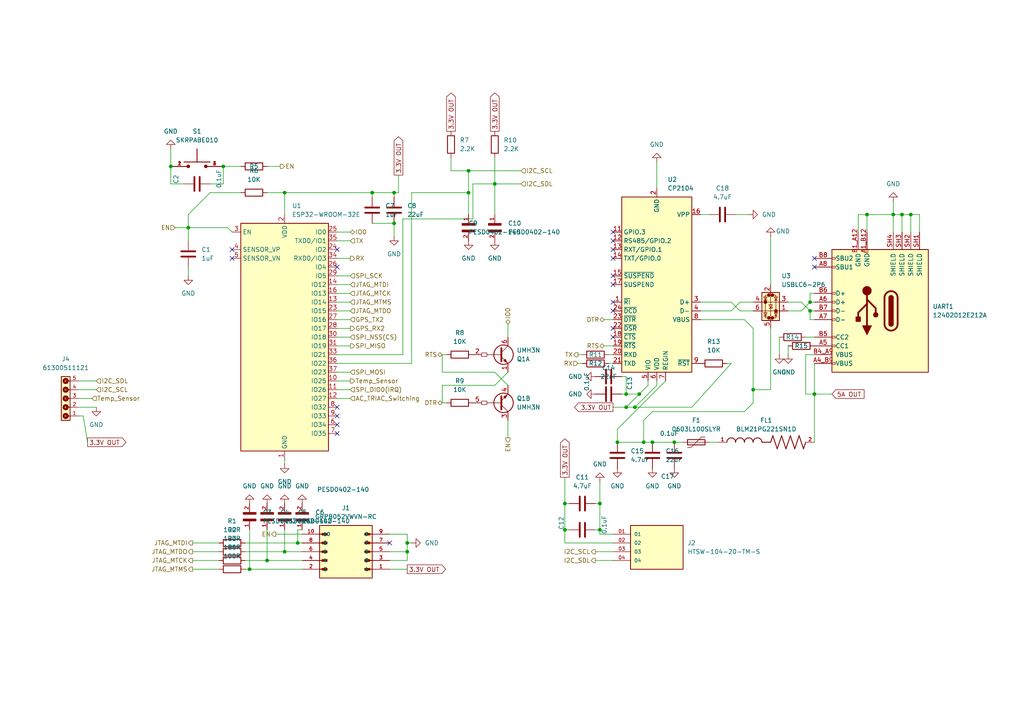
<source format=kicad_sch>
(kicad_sch (version 20250114) (generator "eeschema") (generator_version "9.0")
  (paper "A4")
  (lib_symbols
    (symbol "6130XX11121_61300511121:6130XX11121_61300511121" (pin_names (offset 1.016))
      (property "Reference" "J" (at -7.62 -1.778 0))
      (property "Value" "6130XX11121_61300511121" (at -7.62 -5.08 0))
      (symbol "6130XX11121_61300511121_0_0"
        (pin passive line (at -5.08 -5.08 90) (length 2.54) (name "~") (number "1"))
        (pin passive line (at -2.54 -5.08 90) (length 2.54) (name "~") (number "2"))
        (pin passive line (at 0 -5.08 90) (length 2.54) (name "~") (number "3"))
        (pin passive line (at 2.54 -5.08 90) (length 2.54) (name "~") (number "4"))
        (pin passive line (at 5.08 -5.08 90) (length 2.54) (name "~") (number "5"))
      )
    )
    (symbol "BLM21PG221SN1D:BLM21PG221SN1D" (pin_names (offset 1.016))
      (property "Reference" "FL" (at -12.7044 5.0815 0))
      (property "Value" "BLM21PG221SN1D" (at -12.71 -5.0866 0))
      (symbol "BLM21PG221SN1D_0_0"
        (pin passive line (at -15.24 0 0) (length 2.54) (name "~") (number "1"))
        (pin passive line (at 12.7 0 180) (length 2.54) (name "~") (number "2"))
      )
    )
    (symbol "Connector:USB_C_Receptacle_USB2.0_16P" (pin_names (offset 1.016))
      (property "Reference" "J" (at 0 22.225 0))
      (property "Value" "USB_C_Receptacle_USB2.0_16P" (at 0 19.685 0))
      (symbol "USB_C_Receptacle_USB2.0_16P_1_1"
        (pin passive line (at -15.24 -22.86 90) (length 5.08) (name "SHIELD") (number "SH1"))
        (pin passive line (at -12.7 -22.86 90) (length 5.08) (name "SHIELD") (number "SH2"))
        (pin passive line (at -10.16 -22.86 90) (length 5.08) (name "SHIELD") (number "SH3"))
        (pin passive line (at -7.62 -22.86 90) (length 5.08) (name "SHIELD") (number "SH4"))
        (pin passive line (at 0 -22.86 90) (length 5.08) (hide yes) (name "GND") (number "A12"))
        (pin passive line (at 0 -22.86 90) (length 5.08) (name "GND") (number "A1_B12"))
        (pin passive line (at 0 -22.86 90) (length 5.08) (hide yes) (name "GND") (number "B1"))
        (pin passive line (at 0 -22.86 90) (length 5.08) (hide yes) (name "GND") (number "B12"))
        (pin passive line (at 2.54 -22.86 90) (length 5.08) (name "GND") (number "B1_A12"))
        (pin passive line (at 15.24 15.24 180) (length 5.08) (name "VBUS") (number "A4_B9"))
        (pin passive line (at 15.24 15.24 180) (length 5.08) (hide yes) (name "VBUS") (number "A9"))
        (pin passive line (at 15.24 15.24 180) (length 5.08) (hide yes) (name "VBUS") (number "B4"))
        (pin passive line (at 15.24 15.24 180) (length 5.08) (hide yes) (name "VBUS") (number "B9"))
        (pin passive line (at 15.24 12.7 180) (length 5.08) (name "VBUS") (number "B4_A9"))
        (pin bidirectional line (at 15.24 10.16 180) (length 5.08) (name "CC1") (number "A5"))
        (pin bidirectional line (at 15.24 7.62 180) (length 5.08) (name "CC2") (number "B5"))
        (pin bidirectional line (at 15.24 2.54 180) (length 5.08) (name "D-") (number "A7"))
        (pin bidirectional line (at 15.24 0 180) (length 5.08) (name "D-") (number "B7"))
        (pin bidirectional line (at 15.24 -2.54 180) (length 5.08) (name "D+") (number "A6"))
        (pin bidirectional line (at 15.24 -5.08 180) (length 5.08) (name "D+") (number "B6"))
        (pin bidirectional line (at 15.24 -12.7 180) (length 5.08) (name "SBU1") (number "A8"))
        (pin bidirectional line (at 15.24 -15.24 180) (length 5.08) (name "SBU2") (number "B8"))
      )
    )
    (symbol "Device:C" (pin_numbers (hide yes)) (pin_names (offset 0.254))
      (property "Reference" "C" (at 0.635 2.54 0))
      (property "Value" "C" (at 0.635 -2.54 0))
      (symbol "C_1_1"
        (pin passive line (at 0 3.81 270) (length 2.794) (name "~") (number "1"))
        (pin passive line (at 0 -3.81 90) (length 2.794) (name "~") (number "2"))
      )
    )
    (symbol "Device:Polyfuse" (pin_numbers (hide yes)) (pin_names (offset 0))
      (property "Reference" "F" (at -2.54 0 90))
      (property "Value" "Polyfuse" (at 2.54 0 90))
      (symbol "Polyfuse_1_1"
        (pin passive line (at 0 3.81 270) (length 1.27) (name "~") (number "1"))
        (pin passive line (at 0 -3.81 90) (length 1.27) (name "~") (number "2"))
      )
    )
    (symbol "Device:R" (pin_numbers (hide yes)) (pin_names (offset 0))
      (property "Reference" "R" (at 2.032 0 90))
      (property "Value" "R" (at 0 0 90))
      (symbol "R_1_1"
        (pin passive line (at 0 3.81 270) (length 1.27) (name "~") (number "1"))
        (pin passive line (at 0 -3.81 90) (length 1.27) (name "~") (number "2"))
      )
    )
    (symbol "GRPB052VWVN-RC:GRPB052VWVN-RC" (pin_names (offset 1.016))
      (property "Reference" "J" (at -7.62 8.382 0))
      (property "Value" "GRPB052VWVN-RC" (at -7.62 -10.16 0))
      (symbol "GRPB052VWVN-RC_0_0"
        (pin passive line (at -12.7 5.08 0) (length 5.08) (name "1") (number "1"))
        (pin passive line (at -12.7 2.54 0) (length 5.08) (name "3") (number "3"))
        (pin passive line (at -12.7 0 0) (length 5.08) (name "5") (number "5"))
        (pin passive line (at -12.7 -2.54 0) (length 5.08) (name "7") (number "7"))
        (pin passive line (at -12.7 -5.08 0) (length 5.08) (name "9") (number "9"))
        (pin passive line (at 12.7 5.08 180) (length 5.08) (name "2") (number "2"))
        (pin passive line (at 12.7 2.54 180) (length 5.08) (name "4") (number "4"))
        (pin passive line (at 12.7 0 180) (length 5.08) (name "6") (number "6"))
        (pin passive line (at 12.7 -2.54 180) (length 5.08) (name "8") (number "8"))
        (pin passive line (at 12.7 -5.08 180) (length 5.08) (name "10") (number "10"))
      )
    )
    (symbol "HTSW-104-20-TM-S:HTSW-104-20-TM-S" (pin_names (offset 1.016))
      (property "Reference" "J" (at -8.12 7.62 0))
      (property "Value" "HTSW-104-20-TM-S" (at -7.62 -7.62 0))
      (symbol "HTSW-104-20-TM-S_0_0"
        (pin passive line (at -12.7 5.08 0) (length 5.08) (name "01") (number "01"))
        (pin passive line (at -12.7 2.54 0) (length 5.08) (name "02") (number "02"))
        (pin passive line (at -12.7 0 0) (length 5.08) (name "03") (number "03"))
        (pin passive line (at -12.7 -2.54 0) (length 5.08) (name "04") (number "04"))
      )
    )
    (symbol "Interface_USB:CP2104"
      (property "Reference" "U" (at -5.08 28.575 0))
      (property "Value" "CP2104" (at -5.08 26.67 0))
      (symbol "CP2104_1_1"
        (pin bidirectional line (at -12.7 22.86 0) (length 2.54) (name "~{RST}") (number "9"))
        (pin input line (at -12.7 10.16 0) (length 2.54) (name "VBUS") (number "8"))
        (pin bidirectional line (at -12.7 7.62 0) (length 2.54) (name "D-") (number "4"))
        (pin bidirectional line (at -12.7 5.08 0) (length 2.54) (name "D+") (number "3"))
        (pin passive line (at -12.7 -20.32 0) (length 2.54) (name "VPP") (number "16"))
        (pin power_in line (at -2.54 27.94 270) (length 2.54) (name "REGIN") (number "7"))
        (pin power_in line (at 0 27.94 270) (length 2.54) (name "VDD") (number "6"))
        (pin power_in line (at 0 -27.94 90) (length 2.54) (name "GND") (number "2"))
        (pin passive line (at 0 -27.94 90) (length 2.54) (hide yes) (name "GND") (number "25"))
        (pin power_in line (at 2.54 27.94 270) (length 2.54) (name "VIO") (number "5"))
        (pin no_connect line (at 10.16 -20.32 180) (length 2.54) (hide yes) (name "NC") (number "10"))
        (pin output line (at 12.7 22.86 180) (length 2.54) (name "TXD") (number "21"))
        (pin input line (at 12.7 20.32 180) (length 2.54) (name "RXD") (number "20"))
        (pin output line (at 12.7 17.78 180) (length 2.54) (name "~{RTS}") (number "19"))
        (pin input line (at 12.7 15.24 180) (length 2.54) (name "~{CTS}") (number "18"))
        (pin input line (at 12.7 12.7 180) (length 2.54) (name "~{DSR}") (number "22"))
        (pin output line (at 12.7 10.16 180) (length 2.54) (name "~{DTR}") (number "23"))
        (pin input line (at 12.7 7.62 180) (length 2.54) (name "~{DCD}") (number "24"))
        (pin input line (at 12.7 5.08 180) (length 2.54) (name "~{RI}") (number "1"))
        (pin output line (at 12.7 0 180) (length 2.54) (name "SUSPEND") (number "17"))
        (pin output line (at 12.7 -2.54 180) (length 2.54) (name "~{SUSPEND}") (number "15"))
        (pin bidirectional line (at 12.7 -7.62 180) (length 2.54) (name "TXT/GPIO.0") (number "14"))
        (pin bidirectional line (at 12.7 -10.16 180) (length 2.54) (name "RXT/GPIO.1") (number "13"))
        (pin bidirectional line (at 12.7 -12.7 180) (length 2.54) (name "RS485/GPIO.2") (number "12"))
        (pin bidirectional line (at 12.7 -15.24 180) (length 2.54) (name "GPIO.3") (number "11"))
      )
    )
    (symbol "PESD0402-140:PESD0402-140" (pin_names (offset 1.016))
      (property "Reference" "C" (at 0 3.8109 0))
      (property "Value" "PESD0402-140" (at 0 -5.0885 0))
      (symbol "PESD0402-140_0_0"
        (pin passive line (at -2.54 0 0) (length 2.54) (name "~") (number "1"))
        (pin passive line (at 5.08 0 180) (length 2.54) (name "~") (number "2"))
      )
    )
    (symbol "Power_Protection:USBLC6-2P6" (pin_names (hide yes))
      (property "Reference" "U" (at 0.635 5.715 0))
      (property "Value" "USBLC6-2P6" (at 0.635 3.81 0))
      (symbol "USBLC6-2P6_1_1"
        (pin passive line (at -5.08 0 0) (length 2.54) (name "I/O1") (number "1"))
        (pin passive line (at -5.08 -2.54 0) (length 2.54) (name "I/O2") (number "3"))
        (pin passive line (at 0 5.08 270) (length 2.54) (name "VBUS") (number "5"))
        (pin passive line (at 0 -7.62 90) (length 2.54) (name "GND") (number "2"))
        (pin passive line (at 5.08 0 180) (length 2.54) (name "I/O1") (number "6"))
        (pin passive line (at 5.08 -2.54 180) (length 2.54) (name "I/O2") (number "4"))
      )
    )
    (symbol "RF_Module:ESP32-WROOM-32E"
      (property "Reference" "U" (at -12.7 34.29 0))
      (property "Value" "ESP32-WROOM-32E" (at 1.27 34.29 0))
      (symbol "ESP32-WROOM-32E_1_1"
        (pin input line (at -15.24 30.48 0) (length 2.54) (name "EN") (number "3"))
        (pin input line (at -15.24 25.4 0) (length 2.54) (name "SENSOR_VP") (number "4"))
        (pin input line (at -15.24 22.86 0) (length 2.54) (name "SENSOR_VN") (number "5"))
        (pin no_connect line (at -12.7 0 0) (length 2.54) (hide yes) (name "NC") (number "21"))
        (pin no_connect line (at -12.7 -2.54 0) (length 2.54) (hide yes) (name "NC") (number "22"))
        (pin no_connect line (at -12.7 -5.08 0) (length 2.54) (hide yes) (name "NC") (number "17"))
        (pin no_connect line (at -12.7 -7.62 0) (length 2.54) (hide yes) (name "NC") (number "18"))
        (pin no_connect line (at -12.7 -10.16 0) (length 2.54) (hide yes) (name "NC") (number "20"))
        (pin no_connect line (at -12.7 -12.7 0) (length 2.54) (hide yes) (name "NC") (number "19"))
        (pin no_connect line (at -12.7 -27.94 0) (length 2.54) (hide yes) (name "NC") (number "32"))
        (pin power_in line (at 0 35.56 270) (length 2.54) (name "VDD") (number "2"))
        (pin power_in line (at 0 -35.56 90) (length 2.54) (name "GND") (number "1"))
        (pin passive line (at 0 -35.56 90) (length 2.54) (hide yes) (name "GND") (number "15"))
        (pin passive line (at 0 -35.56 90) (length 2.54) (hide yes) (name "GND") (number "38"))
        (pin passive line (at 0 -35.56 90) (length 2.54) (hide yes) (name "GND") (number "39"))
        (pin bidirectional line (at 15.24 30.48 180) (length 2.54) (name "IO0") (number "25"))
        (pin bidirectional line (at 15.24 27.94 180) (length 2.54) (name "TXD0/IO1") (number "35"))
        (pin bidirectional line (at 15.24 25.4 180) (length 2.54) (name "IO2") (number "24"))
        (pin bidirectional line (at 15.24 22.86 180) (length 2.54) (name "RXD0/IO3") (number "34"))
        (pin bidirectional line (at 15.24 20.32 180) (length 2.54) (name "IO4") (number "26"))
        (pin bidirectional line (at 15.24 17.78 180) (length 2.54) (name "IO5") (number "29"))
        (pin bidirectional line (at 15.24 15.24 180) (length 2.54) (name "IO12") (number "14"))
        (pin bidirectional line (at 15.24 12.7 180) (length 2.54) (name "IO13") (number "16"))
        (pin bidirectional line (at 15.24 10.16 180) (length 2.54) (name "IO14") (number "13"))
        (pin bidirectional line (at 15.24 7.62 180) (length 2.54) (name "IO15") (number "23"))
        (pin bidirectional line (at 15.24 5.08 180) (length 2.54) (name "IO16") (number "27"))
        (pin bidirectional line (at 15.24 2.54 180) (length 2.54) (name "IO17") (number "28"))
        (pin bidirectional line (at 15.24 0 180) (length 2.54) (name "IO18") (number "30"))
        (pin bidirectional line (at 15.24 -2.54 180) (length 2.54) (name "IO19") (number "31"))
        (pin bidirectional line (at 15.24 -5.08 180) (length 2.54) (name "IO21") (number "33"))
        (pin bidirectional line (at 15.24 -7.62 180) (length 2.54) (name "IO22") (number "36"))
        (pin bidirectional line (at 15.24 -10.16 180) (length 2.54) (name "IO23") (number "37"))
        (pin bidirectional line (at 15.24 -12.7 180) (length 2.54) (name "IO25") (number "10"))
        (pin bidirectional line (at 15.24 -15.24 180) (length 2.54) (name "IO26") (number "11"))
        (pin bidirectional line (at 15.24 -17.78 180) (length 2.54) (name "IO27") (number "12"))
        (pin bidirectional line (at 15.24 -20.32 180) (length 2.54) (name "IO32") (number "8"))
        (pin bidirectional line (at 15.24 -22.86 180) (length 2.54) (name "IO33") (number "9"))
        (pin input line (at 15.24 -25.4 180) (length 2.54) (name "IO34") (number "6"))
        (pin input line (at 15.24 -27.94 180) (length 2.54) (name "IO35") (number "7"))
      )
    )
    (symbol "SKRPABE010:SKRPABE010" (pin_names (offset 1.016))
      (property "Reference" "S" (at -5.08 6.35 0))
      (property "Value" "SKRPABE010" (at -5.08 -5.08 0))
      (symbol "SKRPABE010_0_0"
        (pin passive line (at -7.62 0 0) (length 5.08) (name "~") (number "1"))
        (pin passive line (at -7.62 0 0) (length 5.08) (name "~") (number "2"))
        (pin passive line (at 7.62 0 180) (length 5.08) (name "~") (number "3"))
        (pin passive line (at 7.62 0 180) (length 5.08) (name "~") (number "4"))
      )
    )
    (symbol "Transistor_BJT:UMH3N" (pin_names (hide yes))
      (property "Reference" "Q" (at 7.62 1.27 0))
      (property "Value" "UMH3N" (at 7.62 -1.27 0))
      (symbol "UMH3N_1_1"
        (pin input line (at -8.89 0 0) (length 2.54) (name "B1") (number "2"))
        (pin passive line (at 1.27 5.08 270) (length 2.54) (name "C1") (number "6"))
        (pin passive line (at 1.27 -5.08 90) (length 2.54) (name "E1") (number "1"))
      )
      (symbol "UMH3N_2_1"
        (pin input line (at -8.89 0 0) (length 2.54) (name "B2") (number "5"))
        (pin passive line (at 1.27 5.08 270) (length 2.54) (name "C2") (number "3"))
        (pin passive line (at 1.27 -5.08 90) (length 2.54) (name "E2") (number "4"))
      )
    )
    (symbol "power:GND" (power) (pin_numbers (hide yes)) (pin_names (offset 0) (hide yes))
      (property "Value" "GND" (at 0 -3.81 0))
      (symbol "GND_1_1"
        (pin power_in line (at 0 0 270) (length 0) (name "~") (number "1"))
      )
    )
  )
  (junction (at 179.07 128.27))
  (junction (at 64.77 48.26))
  (junction (at 77.47 162.56))
  (junction (at 163.83 146.05))
  (junction (at 185.42 114.3))
  (junction (at 114.3 55.88))
  (junction (at 181.61 118.11))
  (junction (at 86.36 157.48))
  (junction (at 118.11 157.48))
  (junction (at 195.58 128.27))
  (junction (at 49.53 48.26))
  (junction (at 118.11 160.02))
  (junction (at 163.83 153.67))
  (junction (at 82.55 160.02))
  (junction (at 135.89 55.88))
  (junction (at 184.15 118.11))
  (junction (at 218.44 113.03))
  (junction (at 234.95 90.17))
  (junction (at 264.16 62.23))
  (junction (at 189.23 128.27))
  (junction (at 107.95 55.88))
  (junction (at 234.95 87.63))
  (junction (at 259.08 62.23))
  (junction (at 114.3 64.77))
  (junction (at 173.99 146.05))
  (junction (at 82.55 55.88))
  (junction (at 135.89 49.53))
  (junction (at 143.51 53.34))
  (junction (at 181.61 114.3))
  (junction (at 72.39 165.1))
  (junction (at 173.99 153.67))
  (junction (at 236.22 114.3))
  (junction (at 261.62 62.23))
  (junction (at 186.69 128.27))
  (junction (at 251.46 62.23))
  (junction (at 54.61 66.04))
  (no_connect (at 97.79 77.47))
  (no_connect (at 97.79 125.73))
  (no_connect (at 177.8 72.39))
  (no_connect (at 177.8 67.31))
  (no_connect (at 236.22 74.93))
  (no_connect (at 236.22 77.47))
  (no_connect (at 177.8 90.17))
  (no_connect (at 177.8 95.25))
  (no_connect (at 97.79 123.19))
  (no_connect (at 177.8 82.55))
  (no_connect (at 97.79 118.11))
  (no_connect (at 97.79 72.39))
  (no_connect (at 177.8 97.79))
  (no_connect (at 177.8 74.93))
  (no_connect (at 177.8 80.01))
  (no_connect (at 97.79 120.65))
  (no_connect (at 177.8 69.85))
  (no_connect (at 67.31 74.93))
  (no_connect (at 113.03 157.48))
  (no_connect (at 67.31 72.39))
  (no_connect (at 177.8 87.63))
  (wire (pts (xy 77.47 55.88) (xy 82.55 55.88)))
  (wire (pts (xy 128.27 116.84) (xy 129.54 116.84)))
  (wire (pts (xy 116.84 102.87) (xy 97.79 102.87)))
  (wire (pts (xy 128.27 102.87) (xy 129.54 102.87)))
  (wire (pts (xy 163.83 146.05) (xy 163.83 153.67)))
  (wire (pts (xy 55.88 157.48) (xy 63.5 157.48)))
  (wire (pts (xy 173.99 139.7) (xy 173.99 146.05)))
  (wire (pts (xy 214.63 87.63) (xy 218.44 87.63)))
  (wire (pts (xy 55.88 160.02) (xy 63.5 160.02)))
  (wire (pts (xy 228.6 87.63) (xy 232.41 87.63)))
  (wire (pts (xy 181.61 118.11) (xy 184.15 118.11)))
  (wire (pts (xy 167.64 105.41) (xy 168.91 105.41)))
  (wire (pts (xy 218.44 113.03) (xy 223.52 113.03)))
  (wire (pts (xy 234.95 87.63) (xy 232.41 90.17)))
  (wire (pts (xy 128.27 111.76) (xy 128.27 116.84)))
  (wire (pts (xy 97.79 69.85) (xy 101.6 69.85)))
  (wire (pts (xy 261.62 62.23) (xy 261.62 67.31)))
  (wire (pts (xy 163.83 146.05) (xy 165.1 146.05)))
  (wire (pts (xy 97.79 74.93) (xy 101.6 74.93)))
  (wire (pts (xy 143.51 45.72) (xy 143.51 53.34)))
  (wire (pts (xy 71.12 165.1) (xy 72.39 165.1)))
  (wire (pts (xy 135.89 49.53) (xy 130.81 49.53)))
  (wire (pts (xy 228.6 90.17) (xy 232.41 90.17)))
  (wire (pts (xy 172.72 160.02) (xy 177.8 160.02)))
  (wire (pts (xy 223.52 68.58) (xy 223.52 82.55)))
  (wire (pts (xy 114.3 55.88) (xy 114.3 57.15)))
  (wire (pts (xy 259.08 62.23) (xy 261.62 62.23)))
  (wire (pts (xy 97.79 97.79) (xy 101.6 97.79)))
  (wire (pts (xy 82.55 134.62) (xy 82.55 133.35)))
  (wire (pts (xy 22.86 118.11) (xy 27.94 118.11)))
  (wire (pts (xy 71.12 157.48) (xy 86.36 157.48)))
  (wire (pts (xy 186.69 121.92) (xy 189.23 119.38)))
  (wire (pts (xy 143.51 53.34) (xy 151.13 53.34)))
  (wire (pts (xy 172.72 146.05) (xy 173.99 146.05)))
  (wire (pts (xy 165.1 153.67) (xy 163.83 153.67)))
  (wire (pts (xy 203.2 92.71) (xy 215.9 92.71)))
  (wire (pts (xy 54.61 66.04) (xy 66.04 66.04)))
  (wire (pts (xy 86.36 157.48) (xy 87.63 157.48)))
  (wire (pts (xy 190.5 46.99) (xy 190.5 54.61)))
  (wire (pts (xy 97.79 95.25) (xy 101.6 95.25)))
  (wire (pts (xy 135.89 55.88) (xy 119.38 55.88)))
  (wire (pts (xy 97.79 67.31) (xy 101.6 67.31)))
  (wire (pts (xy 181.61 118.11) (xy 185.42 114.3)))
  (wire (pts (xy 69.85 55.88) (xy 60.96 55.88)))
  (wire (pts (xy 54.61 66.04) (xy 54.61 69.85)))
  (wire (pts (xy 22.86 120.65) (xy 24.13 120.65)))
  (wire (pts (xy 114.3 64.77) (xy 114.3 68.58)))
  (wire (pts (xy 203.2 87.63) (xy 212.09 87.63)))
  (wire (pts (xy 49.53 53.34) (xy 53.34 53.34)))
  (wire (pts (xy 82.55 160.02) (xy 87.63 160.02)))
  (wire (pts (xy 248.92 62.23) (xy 248.92 67.31)))
  (wire (pts (xy 179.07 128.27) (xy 179.07 124.46)))
  (wire (pts (xy 72.39 153.67) (xy 72.39 165.1)))
  (wire (pts (xy 97.79 80.01) (xy 101.6 80.01)))
  (wire (pts (xy 97.79 100.33) (xy 101.6 100.33)))
  (wire (pts (xy 64.77 48.26) (xy 69.85 48.26)))
  (wire (pts (xy 71.12 160.02) (xy 82.55 160.02)))
  (wire (pts (xy 167.64 102.87) (xy 168.91 102.87)))
  (wire (pts (xy 215.9 119.38) (xy 218.44 116.84)))
  (wire (pts (xy 60.96 55.88) (xy 54.61 62.23)))
  (wire (pts (xy 234.95 85.09) (xy 234.95 87.63)))
  (wire (pts (xy 87.63 153.67) (xy 86.36 153.67)))
  (wire (pts (xy 72.39 165.1) (xy 87.63 165.1)))
  (wire (pts (xy 200.66 118.11) (xy 212.09 105.41)))
  (wire (pts (xy 119.38 157.48) (xy 118.11 157.48)))
  (wire (pts (xy 22.86 110.49) (xy 27.94 110.49)))
  (wire (pts (xy 77.47 48.26) (xy 81.28 48.26)))
  (wire (pts (xy 66.04 66.04) (xy 67.31 67.31)))
  (wire (pts (xy 173.99 146.05) (xy 173.99 153.67)))
  (wire (pts (xy 173.99 153.67) (xy 173.99 154.94)))
  (wire (pts (xy 77.47 162.56) (xy 87.63 162.56)))
  (wire (pts (xy 97.79 115.57) (xy 101.6 115.57)))
  (wire (pts (xy 97.79 110.49) (xy 101.6 110.49)))
  (wire (pts (xy 116.84 63.5) (xy 116.84 102.87)))
  (wire (pts (xy 213.36 62.23) (xy 217.17 62.23)))
  (wire (pts (xy 107.95 64.77) (xy 114.3 64.77)))
  (wire (pts (xy 180.34 114.3) (xy 181.61 114.3)))
  (wire (pts (xy 248.92 62.23) (xy 251.46 62.23)))
  (wire (pts (xy 184.15 118.11) (xy 190.5 111.76)))
  (wire (pts (xy 179.07 128.27) (xy 186.69 128.27)))
  (wire (pts (xy 175.26 92.71) (xy 177.8 92.71)))
  (wire (pts (xy 212.09 90.17) (xy 214.63 87.63)))
  (wire (pts (xy 233.68 97.79) (xy 236.22 97.79)))
  (wire (pts (xy 86.36 153.67) (xy 86.36 157.48)))
  (wire (pts (xy 181.61 109.22) (xy 181.61 114.3)))
  (wire (pts (xy 163.83 138.43) (xy 163.83 146.05)))
  (wire (pts (xy 203.2 62.23) (xy 205.74 62.23)))
  (wire (pts (xy 113.03 160.02) (xy 118.11 160.02)))
  (wire (pts (xy 251.46 62.23) (xy 251.46 67.31)))
  (wire (pts (xy 147.32 121.92) (xy 147.32 127)))
  (wire (pts (xy 128.27 111.76) (xy 143.51 111.76)))
  (wire (pts (xy 234.95 92.71) (xy 236.22 92.71)))
  (wire (pts (xy 163.83 153.67) (xy 163.83 157.48)))
  (wire (pts (xy 49.53 48.26) (xy 49.53 53.34)))
  (wire (pts (xy 259.08 62.23) (xy 259.08 67.31)))
  (wire (pts (xy 176.53 105.41) (xy 177.8 105.41)))
  (wire (pts (xy 236.22 102.87) (xy 233.68 102.87)))
  (wire (pts (xy 181.61 114.3) (xy 185.42 114.3)))
  (wire (pts (xy 212.09 105.41) (xy 210.82 105.41)))
  (wire (pts (xy 113.03 165.1) (xy 118.11 165.1)))
  (wire (pts (xy 135.89 62.23) (xy 135.89 55.88)))
  (wire (pts (xy 64.77 53.34) (xy 64.77 48.26)))
  (wire (pts (xy 135.89 55.88) (xy 135.89 49.53)))
  (wire (pts (xy 212.09 87.63) (xy 214.63 90.17)))
  (wire (pts (xy 55.88 165.1) (xy 63.5 165.1)))
  (wire (pts (xy 195.58 128.27) (xy 198.12 128.27)))
  (wire (pts (xy 190.5 111.76) (xy 190.5 110.49)))
  (wire (pts (xy 233.68 114.3) (xy 236.22 114.3)))
  (wire (pts (xy 50.8 66.04) (xy 54.61 66.04)))
  (wire (pts (xy 147.32 107.95) (xy 143.51 111.76)))
  (wire (pts (xy 49.53 43.18) (xy 49.53 48.26)))
  (wire (pts (xy 179.07 124.46) (xy 193.04 110.49)))
  (wire (pts (xy 186.69 128.27) (xy 186.69 121.92)))
  (wire (pts (xy 266.7 62.23) (xy 266.7 67.31)))
  (wire (pts (xy 234.95 85.09) (xy 236.22 85.09)))
  (wire (pts (xy 189.23 128.27) (xy 195.58 128.27)))
  (wire (pts (xy 97.79 82.55) (xy 101.6 82.55)))
  (wire (pts (xy 97.79 90.17) (xy 101.6 90.17)))
  (wire (pts (xy 82.55 55.88) (xy 82.55 62.23)))
  (wire (pts (xy 187.96 111.76) (xy 187.96 110.49)))
  (wire (pts (xy 226.06 97.79) (xy 226.06 102.87)))
  (wire (pts (xy 234.95 90.17) (xy 232.41 87.63)))
  (wire (pts (xy 97.79 87.63) (xy 101.6 87.63)))
  (wire (pts (xy 233.68 102.87) (xy 233.68 114.3)))
  (wire (pts (xy 236.22 90.17) (xy 234.95 90.17)))
  (wire (pts (xy 214.63 90.17) (xy 218.44 90.17)))
  (wire (pts (xy 130.81 45.72) (xy 130.81 49.53)))
  (wire (pts (xy 107.95 55.88) (xy 107.95 57.15)))
  (wire (pts (xy 119.38 55.88) (xy 119.38 105.41)))
  (wire (pts (xy 177.8 118.11) (xy 181.61 118.11)))
  (wire (pts (xy 128.27 102.87) (xy 128.27 107.95)))
  (wire (pts (xy 22.86 113.03) (xy 27.94 113.03)))
  (wire (pts (xy 172.72 162.56) (xy 177.8 162.56)))
  (wire (pts (xy 234.95 87.63) (xy 236.22 87.63)))
  (wire (pts (xy 189.23 119.38) (xy 215.9 119.38)))
  (wire (pts (xy 264.16 62.23) (xy 266.7 62.23)))
  (wire (pts (xy 175.26 100.33) (xy 177.8 100.33)))
  (wire (pts (xy 24.13 120.65) (xy 25.4 128.27)))
  (wire (pts (xy 82.55 153.67) (xy 82.55 160.02)))
  (wire (pts (xy 114.3 55.88) (xy 107.95 55.88)))
  (wire (pts (xy 236.22 114.3) (xy 236.22 128.27)))
  (wire (pts (xy 186.69 128.27) (xy 189.23 128.27)))
  (wire (pts (xy 22.86 115.57) (xy 26.67 115.57)))
  (wire (pts (xy 203.2 90.17) (xy 212.09 90.17)))
  (wire (pts (xy 137.16 63.5) (xy 137.16 53.34)))
  (wire (pts (xy 218.44 95.25) (xy 215.9 92.71)))
  (wire (pts (xy 137.16 53.34) (xy 143.51 53.34)))
  (wire (pts (xy 236.22 105.41) (xy 236.22 114.3)))
  (wire (pts (xy 184.15 118.11) (xy 200.66 118.11)))
  (wire (pts (xy 176.53 102.87) (xy 177.8 102.87)))
  (wire (pts (xy 135.89 49.53) (xy 151.13 49.53)))
  (wire (pts (xy 118.11 162.56) (xy 118.11 160.02)))
  (wire (pts (xy 54.61 62.23) (xy 54.61 66.04)))
  (wire (pts (xy 80.01 154.94) (xy 87.63 154.94)))
  (wire (pts (xy 163.83 157.48) (xy 177.8 157.48)))
  (wire (pts (xy 251.46 62.23) (xy 259.08 62.23)))
  (wire (pts (xy 143.51 53.34) (xy 143.51 62.23)))
  (wire (pts (xy 97.79 107.95) (xy 101.6 107.95)))
  (wire (pts (xy 97.79 113.03) (xy 101.6 113.03)))
  (wire (pts (xy 60.96 53.34) (xy 64.77 53.34)))
  (wire (pts (xy 77.47 153.67) (xy 77.47 162.56)))
  (wire (pts (xy 234.95 90.17) (xy 234.95 92.71)))
  (wire (pts (xy 218.44 95.25) (xy 218.44 113.03)))
  (wire (pts (xy 223.52 95.25) (xy 223.52 113.03)))
  (wire (pts (xy 115.57 50.8) (xy 115.57 55.88)))
  (wire (pts (xy 55.88 162.56) (xy 63.5 162.56)))
  (wire (pts (xy 113.03 154.94) (xy 118.11 154.94)))
  (wire (pts (xy 181.61 109.22) (xy 180.34 109.22)))
  (wire (pts (xy 259.08 58.42) (xy 259.08 62.23)))
  (wire (pts (xy 147.32 93.98) (xy 147.32 97.79)))
  (wire (pts (xy 54.61 77.47) (xy 54.61 80.01)))
  (wire (pts (xy 119.38 105.41) (xy 97.79 105.41)))
  (wire (pts (xy 137.16 63.5) (xy 116.84 63.5)))
  (wire (pts (xy 264.16 62.23) (xy 264.16 67.31)))
  (wire (pts (xy 118.11 154.94) (xy 118.11 157.48)))
  (wire (pts (xy 236.22 114.3) (xy 241.3 114.3)))
  (wire (pts (xy 185.42 114.3) (xy 187.96 111.76)))
  (wire (pts (xy 143.51 107.95) (xy 147.32 111.76)))
  (wire (pts (xy 205.74 128.27) (xy 208.28 128.27)))
  (wire (pts (xy 218.44 113.03) (xy 218.44 116.84)))
  (wire (pts (xy 115.57 55.88) (xy 114.3 55.88)))
  (wire (pts (xy 172.72 153.67) (xy 173.99 153.67)))
  (wire (pts (xy 113.03 162.56) (xy 118.11 162.56)))
  (wire (pts (xy 97.79 92.71) (xy 101.6 92.71)))
  (wire (pts (xy 118.11 160.02) (xy 118.11 157.48)))
  (wire (pts (xy 97.79 85.09) (xy 101.6 85.09)))
  (wire (pts (xy 71.12 162.56) (xy 77.47 162.56)))
  (wire (pts (xy 261.62 62.23) (xy 264.16 62.23)))
  (wire (pts (xy 173.99 154.94) (xy 177.8 154.94)))
  (wire (pts (xy 128.27 107.95) (xy 143.51 107.95)))
  (wire (pts (xy 82.55 55.88) (xy 107.95 55.88)))
  (wire (pts (xy 228.6 100.33) (xy 228.6 102.87)))
  (global_label "5A OUT" (shape input) (at 241.3 114.3 0) (property "Intersheetrefs" "${INTERSHEET_REFS}" (effects (hide yes))))
  (global_label "3.3V OUT" (shape output) (at 115.57 50.8 90) (property "Intersheetrefs" "${INTERSHEET_REFS}" (effects (hide yes))))
  (global_label "3.3V OUT" (shape output) (at 177.8 118.11 180) (property "Intersheetrefs" "${INTERSHEET_REFS}" (effects (hide yes))))
  (global_label "3.3V OUT" (shape output) (at 25.4 128.27 0) (property "Intersheetrefs" "${INTERSHEET_REFS}" (effects (hide yes))))
  (global_label "3.3V OUT" (shape output) (at 130.81 38.1 90) (property "Intersheetrefs" "${INTERSHEET_REFS}" (effects (hide yes))))
  (global_label "3.3V OUT" (shape output) (at 163.83 138.43 90) (property "Intersheetrefs" "${INTERSHEET_REFS}" (effects (hide yes))))
  (global_label "3.3V OUT" (shape output) (at 118.11 165.1 0) (property "Intersheetrefs" "${INTERSHEET_REFS}" (effects (hide yes))))
  (global_label "3.3V OUT" (shape output) (at 143.51 38.1 90) (property "Intersheetrefs" "${INTERSHEET_REFS}" (effects (hide yes))))
  (hierarchical_label "EN" (shape input) (at 50.8 66.04 180))
  (hierarchical_label "JTAG_MTDO" (shape input) (at 101.6 90.17 0))
  (hierarchical_label "I2C_SCL" (shape input) (at 27.94 113.03 0))
  (hierarchical_label "GPS_RX2" (shape output) (at 101.6 95.25 0))
  (hierarchical_label "JTAG_MTDO" (shape output) (at 55.88 160.02 180))
  (hierarchical_label "TX" (shape input) (at 101.6 69.85 0))
  (hierarchical_label "IO0" (shape bidirectional) (at 101.6 67.31 0))
  (hierarchical_label "Temp_Sensor" (shape output) (at 101.6 110.49 0))
  (hierarchical_label "SPI_MISO" (shape output) (at 101.6 100.33 0))
  (hierarchical_label "JTAG_MTMS" (shape output) (at 55.88 165.1 180))
  (hierarchical_label "SPI_SCK" (shape input) (at 101.6 80.01 0))
  (hierarchical_label "SPI_MOSI" (shape input) (at 101.6 107.95 0))
  (hierarchical_label "I2C_SDL" (shape input) (at 27.94 110.49 0))
  (hierarchical_label "Temp_Sensor" (shape input) (at 26.67 115.57 0))
  (hierarchical_label "I2C_SDL" (shape input) (at 151.13 53.34 0))
  (hierarchical_label "GPS_TX2" (shape input) (at 101.6 92.71 0))
  (hierarchical_label "JTAG_MTDI" (shape output) (at 55.88 157.48 180))
  (hierarchical_label "RTS" (shape bidirectional) (at 175.26 100.33 180))
  (hierarchical_label "EN" (shape output) (at 80.01 154.94 180))
  (hierarchical_label "RTS" (shape bidirectional) (at 128.27 102.87 180))
  (hierarchical_label "RX" (shape output) (at 101.6 74.93 0))
  (hierarchical_label "I2C_SCL" (shape output) (at 172.72 160.02 180))
  (hierarchical_label "IO0" (shape bidirectional) (at 147.32 93.98 90))
  (hierarchical_label "I2C_SCL" (shape input) (at 151.13 49.53 0))
  (hierarchical_label "TX" (shape output) (at 167.64 102.87 180))
  (hierarchical_label "EN" (shape output) (at 81.28 48.26 0))
  (hierarchical_label "JTAG_MTMS" (shape input) (at 101.6 87.63 0))
  (hierarchical_label "JTAG_MTCK" (shape output) (at 55.88 162.56 180))
  (hierarchical_label "SPI_NSS(CS)" (shape input) (at 101.6 97.79 0))
  (hierarchical_label "JTAG_MTCK" (shape input) (at 101.6 85.09 0))
  (hierarchical_label "DTR" (shape bidirectional) (at 175.26 92.71 180))
  (hierarchical_label "RX" (shape input) (at 167.64 105.41 180))
  (hierarchical_label "I2C_SDL" (shape output) (at 172.72 162.56 180))
  (hierarchical_label "DTR" (shape bidirectional) (at 128.27 116.84 180))
  (hierarchical_label "EN" (shape output) (at 147.32 127 270))
  (hierarchical_label "SPI_DIO0(IRQ)" (shape input) (at 101.6 113.03 0))
  (hierarchical_label "AC_TRIAC_Switching" (shape input) (at 101.6 115.57 0))
  (hierarchical_label "JTAG_MTDI" (shape input) (at 101.6 82.55 0))
  (symbol (lib_id "Device:C") (at 168.91 146.05 90) (unit 1)
    (property "Reference" "C11" (at 168.91 138.43 90))
    (property "Value" "4.7uF" (at 168.91 140.97 90))
    (property "Footprint" "Capacitor_SMD:C_0603_1608Metric" (effects (hide yes)))
    (property "Description" "Unpolarized capacitor" (effects (hide yes)))
  )
  (symbol (lib_id "power:GND") (at 189.23 135.89 0) (unit 1)
    (property "Reference" "#PWR016" (effects (hide yes)))
    (property "Value" "GND" (at 189.23 140.97 0))
    (property "Description" "Power symbol creates a global label with name \"GND\" , ground" (effects (hide yes)))
  )
  (symbol (lib_id "power:GND") (at 190.5 46.99 180) (unit 1)
    (property "Reference" "#PWR017" (effects (hide yes)))
    (property "Value" "GND" (at 190.5 41.91 0))
    (property "Description" "Power symbol creates a global label with name \"GND\" , ground" (effects (hide yes)))
  )
  (symbol (lib_id "Interface_USB:CP2104") (at 190.5 82.55 180) (unit 1)
    (property "Reference" "U2" (at 193.6181 52.07 0) (effects (justify right)))
    (property "Value" "CP2104" (at 193.6181 54.61 0) (effects (justify right)))
    (property "Footprint" "Package_DFN_QFN:QFN-24-1EP_4x4mm_P0.5mm_EP2.6x2.6mm" (effects (hide yes)))
    (property "Datasheet" "https://www.silabs.com/documents/public/data-sheets/cp2104.pdf" (effects (hide yes)))
    (property "Description" "Single-Chip USB-to-UART Bridge, USB 2.0 Full-Speed, 2Mbps UART, QFN-24" (effects (hide yes)))
  )
  (symbol (lib_id "Device:C") (at 114.3 60.96 0) (unit 1)
    (property "Reference" "C8" (at 118.11 59.6899 0) (effects (justify left)))
    (property "Value" "22uF" (at 118.11 62.2299 0) (effects (justify left)))
    (property "Footprint" "Capacitor_SMD:C_0805_2012Metric" (effects (hide yes)))
    (property "Description" "Unpolarized capacitor" (effects (hide yes)))
  )
  (symbol (lib_id "Device:R") (at 67.31 162.56 90) (unit 1)
    (property "Reference" "R3" (at 67.31 156.21 90))
    (property "Value" "100R" (at 67.31 158.75 90))
    (property "Footprint" "Resistor_SMD:R_0603_1608Metric" (effects (hide yes)))
    (property "Description" "Resistor" (effects (hide yes)))
  )
  (symbol (lib_id "power:GND") (at 179.07 135.89 0) (unit 1)
    (property "Reference" "#PWR015" (effects (hide yes)))
    (property "Value" "GND" (at 179.07 140.97 0))
    (property "Description" "Power symbol creates a global label with name \"GND\" , ground" (effects (hide yes)))
  )
  (symbol (lib_id "BLM21PG221SN1D:BLM21PG221SN1D") (at 223.52 128.27 0) (unit 1)
    (property "Reference" "FL1" (at 222.25 121.92 0))
    (property "Value" "BLM21PG221SN1D" (at 222.25 124.46 0))
    (property "Footprint" "BLM21PG221SN1D:BEADC2012X105N" (effects (hide yes)))
    (property "MF" "Murata" (effects (hide yes)))
    (property "Description_1" "220 Ohms @ 100 MHz 1 Power Line Ferrite Bead 0805 (2012 Metric) 2A 45mOhm" (effects (hide yes)))
    (property "Package" "2012 Murata" (effects (hide yes)))
    (property "Price" "None" (effects (hide yes)))
    (property "SnapEDA_Link" "https://www.snapeda.com/parts/BLM21PG221SN1D/Murata/view-part/?ref=snap" (effects (hide yes)))
    (property "MP" "BLM21PG221SN1D" (effects (hide yes)))
    (property "Availability" "In Stock" (effects (hide yes)))
    (property "Check_prices" "https://www.snapeda.com/parts/BLM21PG221SN1D/Murata/view-part/?ref=eda" (effects (hide yes)))
  )
  (symbol (lib_id "power:GND") (at 72.39 146.05 180) (unit 1)
    (property "Reference" "#PWR03" (effects (hide yes)))
    (property "Value" "GND" (at 72.39 140.97 0))
    (property "Description" "Power symbol creates a global label with name \"GND\" , ground" (effects (hide yes)))
  )
  (symbol (lib_id "power:GND") (at 172.72 114.3 270) (unit 1)
    (property "Reference" "#PWR013" (effects (hide yes)))
    (property "Value" "GND" (at 168.91 114.2999 90) (effects (justify right)))
    (property "Description" "Power symbol creates a global label with name \"GND\" , ground" (effects (hide yes)))
  )
  (symbol (lib_id "Device:R") (at 73.66 48.26 90) (unit 1)
    (property "Reference" "R5" (at 73.66 48.26 90))
    (property "Value" "22R" (effects (hide yes)))
    (property "Footprint" "Resistor_SMD:R_0402_1005Metric" (effects (hide yes)))
    (property "Description" "Resistor" (effects (hide yes)))
  )
  (symbol (lib_id "power:GND") (at 54.61 80.01 0) (unit 1)
    (property "Reference" "#PWR02" (effects (hide yes)))
    (property "Value" "GND" (at 54.61 85.09 0))
    (property "Description" "Power symbol creates a global label with name \"GND\" , ground" (effects (hide yes)))
  )
  (symbol (lib_id "Device:C") (at 209.55 62.23 90) (unit 1)
    (property "Reference" "C18" (at 209.55 54.61 90))
    (property "Value" "4.7uF" (at 209.55 57.15 90))
    (property "Footprint" "Capacitor_SMD:C_0603_1608Metric" (effects (hide yes)))
    (property "Description" "Unpolarized capacitor" (effects (hide yes)))
  )
  (symbol (lib_id "PESD0402-140:PESD0402-140") (at 135.89 64.77 270) (unit 1)
    (property "Reference" "C9" (at 135.89 64.7699 90) (effects (justify left)))
    (property "Value" "PESD0402-140" (at 135.89 67.3099 90) (effects (justify left)))
    (property "Footprint" "PESD0402-140:RESC1005X35N" (effects (hide yes)))
    (property "MF" "Littelfuse Inc." (effects (hide yes)))
    (property "Description_1" "40V Clamp - Ipp Tvs Diode Surface Mount 0402" (effects (hide yes)))
    (property "Package" "0402 Littelfuse Inc." (effects (hide yes)))
    (property "Price" "None" (effects (hide yes)))
    (property "SnapEDA_Link" "https://www.snapeda.com/parts/PESD0402-140/Littelfuse/view-part/?ref=snap" (effects (hide yes)))
    (property "MP" "PESD0402-140" (effects (hide yes)))
    (property "Availability" "In Stock" (effects (hide yes)))
    (property "Check_prices" "https://www.snapeda.com/parts/PESD0402-140/Littelfuse/view-part/?ref=eda" (effects (hide yes)))
  )
  (symbol (lib_id "RF_Module:ESP32-WROOM-32E") (at 82.55 97.79 0) (unit 1)
    (property "Reference" "U1" (at 84.6933 59.69 0) (effects (justify left)))
    (property "Value" "ESP32-WROOM-32E" (at 84.6933 62.23 0) (effects (justify left)))
    (property "Footprint" "RF_Module:ESP32-WROOM-32E" (effects (hide yes)))
    (property "Datasheet" "https://www.espressif.com/sites/default/files/documentation/esp32-wroom-32e_esp32-wroom-32ue_datasheet_en.pdf" (effects (hide yes)))
    (property "Description" "RF Module, ESP32-D0WD-V3 SoC, without PSRAM, Wi-Fi 802.11b/g/n, Bluetooth, BLE, 32-bit, 2.7-3.6V, onboard antenna, SMD" (effects (hide yes)))
  )
  (symbol (lib_id "power:GND") (at 135.89 69.85 0) (unit 1)
    (property "Reference" "#PWR010" (effects (hide yes)))
    (property "Value" "GND" (at 135.89 74.93 0))
    (property "Description" "Power symbol creates a global label with name \"GND\" , ground" (effects (hide yes)))
  )
  (symbol (lib_id "power:GND") (at 143.51 69.85 0) (unit 1)
    (property "Reference" "#PWR011" (effects (hide yes)))
    (property "Value" "GND" (at 143.51 74.93 0))
    (property "Description" "Power symbol creates a global label with name \"GND\" , ground" (effects (hide yes)))
  )
  (symbol (lib_id "SKRPABE010:SKRPABE010") (at 57.15 48.26 0) (unit 1)
    (property "Reference" "S1" (at 57.15 38.1 0))
    (property "Value" "SKRPABE010" (at 57.15 40.64 0))
    (property "Footprint" "Diode_SMD:SW_SKRPABE010" (effects (hide yes)))
    (property "MF" "ALPS" (effects (hide yes)))
    (property "MAXIMUM_PACKAGE_HEIGHT" "2.5 mm" (effects (hide yes)))
    (property "Package" "None" (effects (hide yes)))
    (property "Price" "None" (effects (hide yes)))
    (property "Check_prices" "https://www.snapeda.com/parts/SKRPABE010/ALPS/view-part/?ref=eda" (effects (hide yes)))
    (property "STANDARD" "Manufacturer Recommendations" (effects (hide yes)))
    (property "SnapEDA_Link" "https://www.snapeda.com/parts/SKRPABE010/ALPS/view-part/?ref=snap" (effects (hide yes)))
    (property "MP" "SKRPABE010" (effects (hide yes)))
    (property "Description_1" "Switch Tactile N.O. SPST Button J-Bend 0.05A 16VDC 1.57N SMD Automotive T/R" (effects (hide yes)))
    (property "Availability" "In Stock" (effects (hide yes)))
    (property "MANUFACTURER" "Alps" (effects (hide yes)))
  )
  (symbol (lib_id "Transistor_BJT:UMH3N") (at 146.05 116.84 0) (mirror x) (unit 2)
    (property "Reference" "Q1" (at 149.86 115.5699 0) (effects (justify left)))
    (property "Value" "UMH3N" (at 149.86 118.1099 0) (effects (justify left)))
    (property "Footprint" "Package_TO_SOT_SMD:SOT-363_SC-70-6" (effects (hide yes)))
    (property "Datasheet" "http://rohmfs.rohm.com/en/products/databook/datasheet/discrete/transistor/digital/emh3t2r-e.pdf" (effects (hide yes)))
    (property "Description" "0.1A Ic, 50V Vce, Dual NPN Input Resistor Transistors, SOT-363" (effects (hide yes)))
  )
  (symbol (lib_id "PESD0402-140:PESD0402-140") (at 72.39 151.13 90) (unit 1)
    (property "Reference" "C3" (at 76.2 148.5899 90) (effects (justify right)))
    (property "Value" "PESD0402-140" (at 76.2 151.1299 90) (effects (justify right)))
    (property "Footprint" "PESD0402-140:RESC1005X35N" (effects (hide yes)))
    (property "MF" "Littelfuse Inc." (effects (hide yes)))
    (property "Description_1" "40V Clamp - Ipp Tvs Diode Surface Mount 0402" (effects (hide yes)))
    (property "Package" "0402 Littelfuse Inc." (effects (hide yes)))
    (property "Price" "None" (effects (hide yes)))
    (property "SnapEDA_Link" "https://www.snapeda.com/parts/PESD0402-140/Littelfuse/view-part/?ref=snap" (effects (hide yes)))
    (property "MP" "PESD0402-140" (effects (hide yes)))
    (property "Availability" "In Stock" (effects (hide yes)))
    (property "Check_prices" "https://www.snapeda.com/parts/PESD0402-140/Littelfuse/view-part/?ref=eda" (effects (hide yes)))
  )
  (symbol (lib_id "Device:R") (at 143.51 41.91 180) (unit 1)
    (property "Reference" "R10" (at 146.05 40.6399 0) (effects (justify right)))
    (property "Value" "2.2K" (at 146.05 43.1799 0) (effects (justify right)))
    (property "Footprint" "Resistor_SMD:R_0603_1608Metric" (effects (hide yes)))
    (property "Description" "Resistor" (effects (hide yes)))
  )
  (symbol (lib_id "Device:R") (at 67.31 160.02 90) (unit 1)
    (property "Reference" "R2" (at 67.31 153.67 90))
    (property "Value" "100R" (at 67.31 156.21 90))
    (property "Footprint" "Resistor_SMD:R_0603_1608Metric" (effects (hide yes)))
    (property "Description" "Resistor" (effects (hide yes)))
  )
  (symbol (lib_id "power:GND") (at 259.08 58.42 180) (unit 1)
    (property "Reference" "#PWR023" (effects (hide yes)))
    (property "Value" "GND" (at 259.08 53.34 0))
    (property "Description" "Power symbol creates a global label with name \"GND\" , ground" (effects (hide yes)))
  )
  (symbol (lib_id "Device:R") (at 172.72 102.87 90) (unit 1)
    (property "Reference" "R11" (at 172.72 102.87 90))
    (property "Value" "22R" (effects (hide yes)))
    (property "Footprint" "Resistor_SMD:R_0402_1005Metric" (effects (hide yes)))
    (property "Description" "Resistor" (effects (hide yes)))
  )
  (symbol (lib_id "Connector:USB_C_Receptacle_USB2.0_16P") (at 251.46 90.17 180) (unit 1)
    (property "Reference" "UART1" (at 270.51 88.8999 0) (effects (justify right)))
    (property "Value" "12402012E212A" (at 270.51 91.4399 0) (effects (justify right)))
    (property "Footprint" "12402012E212A:AMPHENOL_12402012E212A" (effects (hide yes)))
    (property "Datasheet" "https://www.usb.org/sites/default/files/documents/usb_type-c.zip" (effects (hide yes)))
    (property "Description" "USB 2.0-only 16P Type-C Receptacle connector" (effects (hide yes)))
  )
  (symbol (lib_id "Device:R") (at 172.72 105.41 90) (unit 1)
    (property "Reference" "R12" (at 172.72 105.41 90))
    (property "Value" "22R" (effects (hide yes)))
    (property "Footprint" "Resistor_SMD:R_0402_1005Metric" (effects (hide yes)))
    (property "Description" "Resistor" (effects (hide yes)))
  )
  (symbol (lib_id "Device:Polyfuse") (at 201.93 128.27 90) (unit 1)
    (property "Reference" "F1" (at 201.93 121.92 90))
    (property "Value" "0603L100SLYR" (at 201.93 124.46 90))
    (property "Footprint" "Resistor_SMD:R_0603_1608Metric" (effects (hide yes)))
    (property "Description" "Resettable fuse, polymeric positive temperature coefficient" (effects (hide yes)))
  )
  (symbol (lib_id "Device:C") (at 179.07 132.08 0) (unit 1)
    (property "Reference" "C15" (at 182.88 130.8099 0) (effects (justify left)))
    (property "Value" "4.7uF" (at 182.88 133.3499 0) (effects (justify left)))
    (property "Footprint" "Capacitor_SMD:C_0603_1608Metric" (effects (hide yes)))
    (property "Description" "Unpolarized capacitor" (effects (hide yes)))
  )
  (symbol (lib_id "6130XX11121_61300511121:6130XX11121_61300511121") (at 17.78 115.57 90) (unit 1)
    (property "Reference" "J4" (at 19.05 104.14 90))
    (property "Value" "61300511121" (at 19.05 106.68 90))
    (property "Footprint" "61300511121:61300511121" (effects (hide yes)))
  )
  (symbol (lib_id "Device:R") (at 232.41 100.33 90) (unit 1)
    (property "Reference" "R15" (at 232.41 100.33 90))
    (property "Value" "5.1K" (effects (hide yes)))
    (property "Footprint" "Resistor_SMD:R_0402_1005Metric" (effects (hide yes)))
    (property "Description" "Resistor" (effects (hide yes)))
  )
  (symbol (lib_id "Device:R") (at 229.87 97.79 90) (unit 1)
    (property "Reference" "R14" (at 229.87 97.79 90))
    (property "Value" "5.1K" (effects (hide yes)))
    (property "Footprint" "Resistor_SMD:R_0402_1005Metric" (effects (hide yes)))
    (property "Description" "Resistor" (effects (hide yes)))
  )
  (symbol (lib_id "Power_Protection:USBLC6-2P6") (at 223.52 90.17 180) (unit 1)
    (property "Reference" "U3" (at 226.6381 80.01 0) (effects (justify right)))
    (property "Value" "USBLC6-2P6" (at 226.6381 82.55 0) (effects (justify right)))
    (property "Footprint" "Package_TO_SOT_SMD:SOT-666" (effects (hide yes)))
    (property "Datasheet" "https://www.st.com/resource/en/datasheet/usblc6-2.pdf" (effects (hide yes)))
    (property "Description" "Very low capacitance ESD protection diode, 2 data-line, SOT-666" (effects (hide yes)))
  )
  (symbol (lib_id "Device:R") (at 133.35 102.87 90) (unit 1)
    (property "Reference" "R8" (at 133.35 96.52 90))
    (property "Value" "10K" (at 133.35 99.06 90))
    (property "Footprint" "Resistor_SMD:R_0603_1608Metric" (effects (hide yes)))
    (property "Description" "Resistor" (effects (hide yes)))
  )
  (symbol (lib_id "PESD0402-140:PESD0402-140") (at 87.63 151.13 90) (unit 1)
    (property "Reference" "C6" (at 91.44 148.5899 90) (effects (justify right)))
    (property "Value" "PESD0402-140" (at 91.948 141.986 90) (effects (justify right)))
    (property "Footprint" "PESD0402-140:RESC1005X35N" (effects (hide yes)))
    (property "MF" "Littelfuse Inc." (effects (hide yes)))
    (property "Description_1" "40V Clamp - Ipp Tvs Diode Surface Mount 0402" (effects (hide yes)))
    (property "Package" "0402 Littelfuse Inc." (effects (hide yes)))
    (property "Price" "None" (effects (hide yes)))
    (property "SnapEDA_Link" "https://www.snapeda.com/parts/PESD0402-140/Littelfuse/view-part/?ref=snap" (effects (hide yes)))
    (property "MP" "PESD0402-140" (effects (hide yes)))
    (property "Availability" "In Stock" (effects (hide yes)))
    (property "Check_prices" "https://www.snapeda.com/parts/PESD0402-140/Littelfuse/view-part/?ref=eda" (effects (hide yes)))
  )
  (symbol (lib_id "PESD0402-140:PESD0402-140") (at 77.47 151.13 90) (unit 1)
    (property "Reference" "C4" (at 81.28 148.5899 90) (effects (justify right)))
    (property "Value" "PESD0402-140" (at 81.28 151.1299 90) (effects (justify right)))
    (property "Footprint" "PESD0402-140:RESC1005X35N" (effects (hide yes)))
    (property "MF" "Littelfuse Inc." (effects (hide yes)))
    (property "Description_1" "40V Clamp - Ipp Tvs Diode Surface Mount 0402" (effects (hide yes)))
    (property "Package" "0402 Littelfuse Inc." (effects (hide yes)))
    (property "Price" "None" (effects (hide yes)))
    (property "SnapEDA_Link" "https://www.snapeda.com/parts/PESD0402-140/Littelfuse/view-part/?ref=snap" (effects (hide yes)))
    (property "MP" "PESD0402-140" (effects (hide yes)))
    (property "Availability" "In Stock" (effects (hide yes)))
    (property "Check_prices" "https://www.snapeda.com/parts/PESD0402-140/Littelfuse/view-part/?ref=eda" (effects (hide yes)))
  )
  (symbol (lib_id "Device:C") (at 54.61 73.66 0) (unit 1)
    (property "Reference" "C1" (at 58.42 72.3899 0) (effects (justify left)))
    (property "Value" "1uF" (at 58.42 74.9299 0) (effects (justify left)))
    (property "Footprint" "Capacitor_SMD:C_0603_1608Metric" (effects (hide yes)))
    (property "Description" "Unpolarized capacitor" (effects (hide yes)))
  )
  (symbol (lib_id "Device:R") (at 67.31 157.48 90) (unit 1)
    (property "Reference" "R1" (at 67.31 151.13 90))
    (property "Value" "100R" (at 67.31 153.67 90))
    (property "Footprint" "Resistor_SMD:R_0603_1608Metric" (effects (hide yes)))
    (property "Description" "Resistor" (effects (hide yes)))
  )
  (symbol (lib_id "Device:R") (at 67.31 165.1 90) (unit 1)
    (property "Reference" "R4" (at 67.31 158.75 90))
    (property "Value" "100R" (at 67.31 161.29 90))
    (property "Footprint" "Resistor_SMD:R_0603_1608Metric" (effects (hide yes)))
    (property "Description" "Resistor" (effects (hide yes)))
  )
  (symbol (lib_id "power:GND") (at 119.38 157.48 90) (unit 1)
    (property "Reference" "#PWR09" (effects (hide yes)))
    (property "Value" "GND" (at 123.19 157.4799 90) (effects (justify right)))
    (property "Description" "Power symbol creates a global label with name \"GND\" , ground" (effects (hide yes)))
  )
  (symbol (lib_id "PESD0402-140:PESD0402-140") (at 143.51 64.77 270) (unit 1)
    (property "Reference" "C10" (at 147.32 64.7699 90) (effects (justify left)))
    (property "Value" "PESD0402-140" (at 147.32 67.3099 90) (effects (justify left)))
    (property "Footprint" "PESD0402-140:RESC1005X35N" (effects (hide yes)))
    (property "MF" "Littelfuse Inc." (effects (hide yes)))
    (property "Description_1" "40V Clamp - Ipp Tvs Diode Surface Mount 0402" (effects (hide yes)))
    (property "Package" "0402 Littelfuse Inc." (effects (hide yes)))
    (property "Price" "None" (effects (hide yes)))
    (property "SnapEDA_Link" "https://www.snapeda.com/parts/PESD0402-140/Littelfuse/view-part/?ref=snap" (effects (hide yes)))
    (property "MP" "PESD0402-140" (effects (hide yes)))
    (property "Availability" "In Stock" (effects (hide yes)))
    (property "Check_prices" "https://www.snapeda.com/parts/PESD0402-140/Littelfuse/view-part/?ref=eda" (effects (hide yes)))
  )
  (symbol (lib_id "GRPB052VWVN-RC:GRPB052VWVN-RC") (at 100.33 160.02 180) (unit 1)
    (property "Reference" "J1" (at 100.33 147.32 0))
    (property "Value" "GRPB052VWVN-RC" (at 100.33 149.86 0))
    (property "Footprint" "Varistor:SULLINS_GRPB052VWVN-RC" (effects (hide yes)))
    (property "MF" "Sullins" (effects (hide yes)))
    (property "MAXIMUM_PACKAGE_HEIGHT" "4 mm" (effects (hide yes)))
    (property "Package" "None" (effects (hide yes)))
    (property "Price" "None" (effects (hide yes)))
    (property "Check_prices" "https://www.snapeda.com/parts/GRPB052VWVN-RC/Sullins/view-part/?ref=eda" (effects (hide yes)))
    (property "STANDARD" "Manufacturer Recommendations" (effects (hide yes)))
    (property "PARTREV" "D" (effects (hide yes)))
    (property "SnapEDA_Link" "https://www.snapeda.com/parts/GRPB052VWVN-RC/Sullins/view-part/?ref=snap" (effects (hide yes)))
    (property "MP" "GRPB052VWVN-RC" (effects (hide yes)))
    (property "Description_1" "Connector Header Through Hole 10 position 0.050 (1.27mm)" (effects (hide yes)))
    (property "MANUFACTURER" "Sullins Connector Solutions" (effects (hide yes)))
    (property "Availability" "In Stock" (effects (hide yes)))
    (property "SNAPEDA_PN" "GRPB052VWVN-RC" (effects (hide yes)))
  )
  (symbol (lib_id "power:GND") (at 82.55 134.62 0) (unit 1)
    (property "Reference" "#PWR05" (effects (hide yes)))
    (property "Value" "GND" (at 82.55 139.7 0))
    (property "Description" "Power symbol creates a global label with name \"GND\" , ground" (effects (hide yes)))
  )
  (symbol (lib_id "power:GND") (at 87.63 146.05 180) (unit 1)
    (property "Reference" "#PWR07" (effects (hide yes)))
    (property "Value" "GND" (at 87.63 140.97 0))
    (property "Description" "Power symbol creates a global label with name \"GND\" , ground" (effects (hide yes)))
  )
  (symbol (lib_id "power:GND") (at 114.3 68.58 0) (unit 1)
    (property "Reference" "#PWR08" (effects (hide yes)))
    (property "Value" "GND" (at 114.3 73.66 0))
    (property "Description" "Power symbol creates a global label with name \"GND\" , ground" (effects (hide yes)))
  )
  (symbol (lib_id "Device:C") (at 189.23 132.08 0) (unit 1)
    (property "Reference" "C16" (at 193.04 130.8099 0) (effects (justify left)))
    (property "Value" "22uF" (at 193.04 133.3499 0) (effects (justify left)))
    (property "Footprint" "Capacitor_SMD:C_0805_2012Metric" (effects (hide yes)))
    (property "Description" "Unpolarized capacitor" (effects (hide yes)))
  )
  (symbol (lib_id "power:GND") (at 82.55 146.05 180) (unit 1)
    (property "Reference" "#PWR06" (effects (hide yes)))
    (property "Value" "GND" (at 82.55 140.97 0))
    (property "Description" "Power symbol creates a global label with name \"GND\" , ground" (effects (hide yes)))
  )
  (symbol (lib_id "Device:C") (at 176.53 109.22 270) (unit 1)
    (property "Reference" "C13" (at 182.626 109.22 0) (effects (justify left)))
    (property "Value" "0.1uF" (at 170.18 107.95 0) (effects (justify left)))
    (property "Footprint" "Capacitor_SMD:C_0603_1608Metric" (effects (hide yes)))
    (property "Description" "Unpolarized capacitor" (effects (hide yes)))
  )
  (symbol (lib_id "Device:R") (at 130.81 41.91 180) (unit 1)
    (property "Reference" "R7" (at 133.35 40.6399 0) (effects (justify right)))
    (property "Value" "2.2K" (at 133.35 43.1799 0) (effects (justify right)))
    (property "Footprint" "Resistor_SMD:R_0603_1608Metric" (effects (hide yes)))
    (property "Description" "Resistor" (effects (hide yes)))
  )
  (symbol (lib_id "power:GND") (at 173.99 139.7 180) (unit 1)
    (property "Reference" "#PWR014" (effects (hide yes)))
    (property "Value" "GND" (at 173.99 134.62 0))
    (property "Description" "Power symbol creates a global label with name \"GND\" , ground" (effects (hide yes)))
  )
  (symbol (lib_id "power:GND") (at 195.58 135.89 0) (unit 1)
    (property "Reference" "#PWR018" (effects (hide yes)))
    (property "Value" "GND" (at 195.58 140.97 0))
    (property "Description" "Power symbol creates a global label with name \"GND\" , ground" (effects (hide yes)))
  )
  (symbol (lib_id "Device:C") (at 195.58 132.08 180) (unit 1)
    (property "Reference" "C17" (at 195.58 138.176 0) (effects (justify left)))
    (property "Value" "0.1uF" (at 196.85 125.73 0) (effects (justify left)))
    (property "Footprint" "Capacitor_SMD:C_0603_1608Metric" (effects (hide yes)))
    (property "Description" "Unpolarized capacitor" (effects (hide yes)))
  )
  (symbol (lib_id "Device:R") (at 207.01 105.41 90) (unit 1)
    (property "Reference" "R13" (at 207.01 99.06 90))
    (property "Value" "10K" (at 207.01 101.6 90))
    (property "Footprint" "Resistor_SMD:R_0603_1608Metric" (effects (hide yes)))
    (property "Description" "Resistor" (effects (hide yes)))
  )
  (symbol (lib_id "power:GND") (at 49.53 43.18 180) (unit 1)
    (property "Reference" "#PWR01" (effects (hide yes)))
    (property "Value" "GND" (at 49.53 38.1 0))
    (property "Description" "Power symbol creates a global label with name \"GND\" , ground" (effects (hide yes)))
  )
  (symbol (lib_id "power:GND") (at 226.06 102.87 0) (unit 1)
    (property "Reference" "#PWR021" (effects (hide yes)))
    (property "Value" "GND" (at 226.06 107.95 0))
    (property "Description" "Power symbol creates a global label with name \"GND\" , ground" (effects (hide yes)))
  )
  (symbol (lib_id "PESD0402-140:PESD0402-140") (at 82.55 151.13 90) (unit 1)
    (property "Reference" "C5" (at 86.36 148.5899 90) (effects (justify right)))
    (property "Value" "PESD0402-140" (at 86.36 151.1299 90) (effects (justify right)))
    (property "Footprint" "PESD0402-140:RESC1005X35N" (effects (hide yes)))
    (property "MF" "Littelfuse Inc." (effects (hide yes)))
    (property "Description_1" "40V Clamp - Ipp Tvs Diode Surface Mount 0402" (effects (hide yes)))
    (property "Package" "0402 Littelfuse Inc." (effects (hide yes)))
    (property "Price" "None" (effects (hide yes)))
    (property "SnapEDA_Link" "https://www.snapeda.com/parts/PESD0402-140/Littelfuse/view-part/?ref=snap" (effects (hide yes)))
    (property "MP" "PESD0402-140" (effects (hide yes)))
    (property "Availability" "In Stock" (effects (hide yes)))
    (property "Check_prices" "https://www.snapeda.com/parts/PESD0402-140/Littelfuse/view-part/?ref=eda" (effects (hide yes)))
  )
  (symbol (lib_id "Device:C") (at 107.95 60.96 0) (unit 1)
    (property "Reference" "C7" (at 111.76 59.6899 0) (effects (justify left)))
    (property "Value" "1uF" (at 111.76 62.2299 0) (effects (justify left)))
    (property "Footprint" "Capacitor_SMD:C_0603_1608Metric" (effects (hide yes)))
    (property "Description" "Unpolarized capacitor" (effects (hide yes)))
  )
  (symbol (lib_id "Device:C") (at 176.53 114.3 90) (unit 1)
    (property "Reference" "C14" (at 176.53 106.68 90))
    (property "Value" "22uF" (at 176.53 109.22 90))
    (property "Footprint" "Capacitor_SMD:C_0805_2012Metric" (effects (hide yes)))
    (property "Description" "Unpolarized capacitor" (effects (hide yes)))
  )
  (symbol (lib_id "power:GND") (at 223.52 68.58 180) (unit 1)
    (property "Reference" "#PWR020" (effects (hide yes)))
    (property "Value" "GND" (at 227.076 67.056 0))
    (property "Description" "Power symbol creates a global label with name \"GND\" , ground" (effects (hide yes)))
  )
  (symbol (lib_id "Device:R") (at 73.66 55.88 90) (unit 1)
    (property "Reference" "R6" (at 73.66 49.53 90))
    (property "Value" "10K" (at 73.66 52.07 90))
    (property "Footprint" "Resistor_SMD:R_0603_1608Metric" (effects (hide yes)))
    (property "Description" "Resistor" (effects (hide yes)))
  )
  (symbol (lib_id "power:GND") (at 77.47 146.05 180) (unit 1)
    (property "Reference" "#PWR04" (effects (hide yes)))
    (property "Value" "GND" (at 77.47 140.97 0))
    (property "Description" "Power symbol creates a global label with name \"GND\" , ground" (effects (hide yes)))
  )
  (symbol (lib_id "Device:R") (at 133.35 116.84 90) (unit 1)
    (property "Reference" "R9" (at 133.35 110.49 90))
    (property "Value" "10K" (at 133.35 113.03 90))
    (property "Footprint" "Resistor_SMD:R_0603_1608Metric" (effects (hide yes)))
    (property "Description" "Resistor" (effects (hide yes)))
  )
  (symbol (lib_id "power:GND") (at 27.94 118.11 0) (unit 1)
    (property "Reference" "#PWR029" (effects (hide yes)))
    (property "Value" "GND" (at 27.94 123.19 0))
    (property "Description" "Power symbol creates a global label with name \"GND\" , ground" (effects (hide yes)))
  )
  (symbol (lib_id "Device:C") (at 168.91 153.67 90) (unit 1)
    (property "Reference" "C12" (at 162.814 153.67 0) (effects (justify left)))
    (property "Value" "0.1uF" (at 175.26 154.94 0) (effects (justify left)))
    (property "Footprint" "Capacitor_SMD:C_0603_1608Metric" (effects (hide yes)))
    (property "Description" "Unpolarized capacitor" (effects (hide yes)))
  )
  (symbol (lib_id "Transistor_BJT:UMH3N") (at 146.05 102.87 0) (unit 1)
    (property "Reference" "Q1" (at 149.86 104.1401 0) (effects (justify left)))
    (property "Value" "UMH3N" (at 149.86 101.6001 0) (effects (justify left)))
    (property "Footprint" "Package_TO_SOT_SMD:SOT-363_SC-70-6" (effects (hide yes)))
    (property "Datasheet" "http://rohmfs.rohm.com/en/products/databook/datasheet/discrete/transistor/digital/emh3t2r-e.pdf" (effects (hide yes)))
    (property "Description" "0.1A Ic, 50V Vce, Dual NPN Input Resistor Transistors, SOT-363" (effects (hide yes)))
  )
  (symbol (lib_id "HTSW-104-20-TM-S:HTSW-104-20-TM-S") (at 190.5 160.02 0) (unit 1)
    (property "Reference" "J2" (at 199.39 157.4799 0) (effects (justify left)))
    (property "Value" "HTSW-104-20-TM-S" (at 199.39 160.0199 0) (effects (justify left)))
    (property "Footprint" "HTSW-104-20-TM-S:SAMTEC_HTSW-104-20-TM-S" (effects (hide yes)))
    (property "MF" "Samtec" (effects (hide yes)))
    (property "Description_1" "Connector Header   position" (effects (hide yes)))
    (property "Package" "None" (effects (hide yes)))
    (property "Price" "None" (effects (hide yes)))
    (property "Check_prices" "https://www.snapeda.com/parts/HTSW-104-20-TM-S/Samtec/view-part/?ref=eda" (effects (hide yes)))
    (property "STANDARD" "Manufacturer Recommendations" (effects (hide yes)))
    (property "PARTREV" "R" (effects (hide yes)))
    (property "SnapEDA_Link" "https://www.snapeda.com/parts/HTSW-104-20-TM-S/Samtec/view-part/?ref=snap" (effects (hide yes)))
    (property "MP" "HTSW-104-20-TM-S" (effects (hide yes)))
    (property "Availability" "In Stock" (effects (hide yes)))
    (property "MANUFACTURER" "Samtec" (effects (hide yes)))
  )
  (symbol (lib_id "power:GND") (at 217.17 62.23 90) (unit 1)
    (property "Reference" "#PWR019" (effects (hide yes)))
    (property "Value" "GND" (at 220.98 62.2299 90) (effects (justify right)))
    (property "Description" "Power symbol creates a global label with name \"GND\" , ground" (effects (hide yes)))
  )
  (symbol (lib_id "power:GND") (at 228.6 102.87 0) (unit 1)
    (property "Reference" "#PWR022" (effects (hide yes)))
    (property "Value" "GND" (at 228.6 107.95 0))
    (property "Description" "Power symbol creates a global label with name \"GND\" , ground" (effects (hide yes)))
  )
  (symbol (lib_id "Device:C") (at 57.15 53.34 90) (unit 1)
    (property "Reference" "C2" (at 51.054 53.34 0) (effects (justify left)))
    (property "Value" "0.1uF" (at 63.5 54.61 0) (effects (justify left)))
    (property "Footprint" "Capacitor_SMD:C_0603_1608Metric" (effects (hide yes)))
    (property "Description" "Unpolarized capacitor" (effects (hide yes)))
  )
  (symbol (lib_id "power:GND") (at 172.72 109.22 270) (unit 1)
    (property "Reference" "#PWR012" (effects (hide yes)))
    (property "Value" "GND" (at 168.91 109.2199 90) (effects (justify right)))
    (property "Description" "Power symbol creates a global label with name \"GND\" , ground" (effects (hide yes)))
  )
)
</source>
